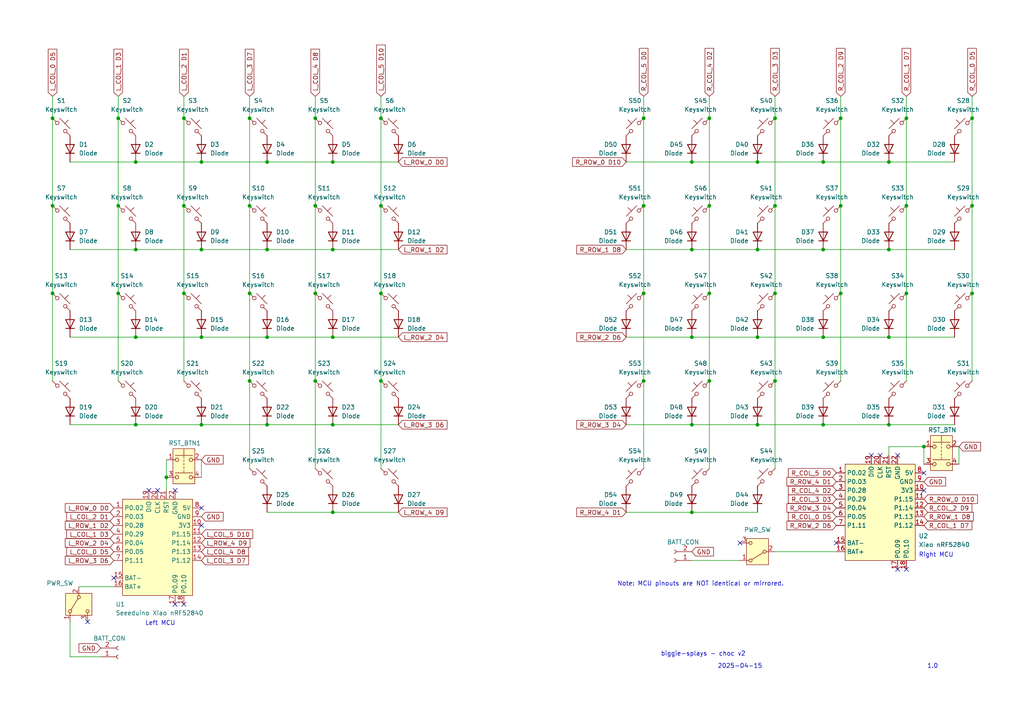
<source format=kicad_sch>
(kicad_sch (version 20250114) (generator "eeschema") (generator_version "9.0")
  (paper "A4")
  (text "Note: MCU pinouts are NOT identical or mirrored." (at 203.2 169.418 0) (effects (font (size 1.27 1.27))))
  (text "Left MCU" (at 46.482 180.848 0) (effects (font (size 1.27 1.27))))
  (text "2025-04-15" (at 214.63 193.294 0) (effects (font (size 1.27 1.27))))
  (text "biggie-splays - choc v2" (at 203.962 189.738 0) (effects (font (size 1.27 1.27))))
  (text "Right MCU" (at 271.526 161.036 0) (effects (font (size 1.27 1.27))))
  (text "1.0" (at 270.51 193.294 0) (effects (font (size 1.27 1.27))))
  (junction (at 53.34 34.29))
  (junction (at 39.37 97.79))
  (junction (at 110.49 34.29))
  (junction (at 96.52 72.39))
  (junction (at 243.84 34.29))
  (junction (at 96.52 46.99))
  (junction (at 58.42 123.19))
  (junction (at 48.26 138.43))
  (junction (at 34.29 34.29))
  (junction (at 262.89 34.29))
  (junction (at 200.66 72.39))
  (junction (at 200.66 123.19))
  (junction (at 257.81 97.79))
  (junction (at 281.94 59.69))
  (junction (at 243.84 85.09))
  (junction (at 186.69 59.69))
  (junction (at 200.66 148.59))
  (junction (at 243.84 59.69))
  (junction (at 224.79 59.69))
  (junction (at 53.34 59.69))
  (junction (at 72.39 85.09))
  (junction (at 72.39 59.69))
  (junction (at 205.74 59.69))
  (junction (at 96.52 123.19))
  (junction (at 186.69 34.29))
  (junction (at 34.29 85.09))
  (junction (at 15.24 34.29))
  (junction (at 205.74 85.09))
  (junction (at 39.37 123.19))
  (junction (at 77.47 97.79))
  (junction (at 267.97 129.54))
  (junction (at 205.74 34.29))
  (junction (at 205.74 110.49))
  (junction (at 224.79 110.49))
  (junction (at 72.39 110.49))
  (junction (at 96.52 97.79))
  (junction (at 219.71 72.39))
  (junction (at 58.42 97.79))
  (junction (at 91.44 34.29))
  (junction (at 219.71 97.79))
  (junction (at 34.29 59.69))
  (junction (at 186.69 85.09))
  (junction (at 72.39 34.29))
  (junction (at 224.79 34.29))
  (junction (at 281.94 34.29))
  (junction (at 77.47 46.99))
  (junction (at 39.37 46.99))
  (junction (at 15.24 85.09))
  (junction (at 91.44 110.49))
  (junction (at 200.66 46.99))
  (junction (at 77.47 123.19))
  (junction (at 257.81 72.39))
  (junction (at 219.71 123.19))
  (junction (at 257.81 46.99))
  (junction (at 110.49 59.69))
  (junction (at 91.44 85.09))
  (junction (at 77.47 72.39))
  (junction (at 262.89 85.09))
  (junction (at 219.71 46.99))
  (junction (at 238.76 72.39))
  (junction (at 238.76 46.99))
  (junction (at 238.76 123.19))
  (junction (at 281.94 85.09))
  (junction (at 262.89 59.69))
  (junction (at 224.79 85.09))
  (junction (at 96.52 148.59))
  (junction (at 110.49 85.09))
  (junction (at 91.44 59.69))
  (junction (at 257.81 123.19))
  (junction (at 58.42 72.39))
  (junction (at 58.42 46.99))
  (junction (at 39.37 72.39))
  (junction (at 200.66 97.79))
  (junction (at 15.24 59.69))
  (junction (at 186.69 110.49))
  (junction (at 53.34 85.09))
  (junction (at 110.49 110.49))
  (junction (at 238.76 97.79))
  (no_connect (at 58.42 147.32))
  (no_connect (at 255.27 132.08))
  (no_connect (at 25.4 180.34))
  (no_connect (at 58.42 152.4))
  (no_connect (at 267.97 137.16))
  (no_connect (at 260.35 165.1))
  (no_connect (at 43.18 142.24))
  (no_connect (at 214.63 157.48))
  (no_connect (at 50.8 142.24))
  (no_connect (at 267.97 142.24))
  (no_connect (at 50.8 175.26))
  (no_connect (at 262.89 165.1))
  (no_connect (at 252.73 132.08))
  (no_connect (at 53.34 175.26))
  (no_connect (at 33.02 167.64))
  (no_connect (at 242.57 157.48))
  (no_connect (at 45.72 142.24))
  (no_connect (at 260.35 132.08))
  (wire (pts (xy 34.29 34.29) (xy 34.29 59.69)))
  (wire (pts (xy 243.84 27.94) (xy 243.84 34.29)))
  (wire (pts (xy 39.37 123.19) (xy 58.42 123.19)))
  (wire (pts (xy 96.52 46.99) (xy 115.57 46.99)))
  (wire (pts (xy 72.39 110.49) (xy 72.39 135.89)))
  (wire (pts (xy 262.89 59.69) (xy 262.89 85.09)))
  (wire (pts (xy 39.37 97.79) (xy 58.42 97.79)))
  (wire (pts (xy 262.89 34.29) (xy 262.89 59.69)))
  (wire (pts (xy 267.97 129.54) (xy 267.97 134.62)))
  (wire (pts (xy 110.49 59.69) (xy 110.49 85.09)))
  (wire (pts (xy 48.26 138.43) (xy 48.26 142.24)))
  (wire (pts (xy 91.44 110.49) (xy 91.44 135.89)))
  (wire (pts (xy 257.81 132.08) (xy 257.81 129.54)))
  (wire (pts (xy 186.69 110.49) (xy 186.69 135.89)))
  (wire (pts (xy 276.86 72.39) (xy 257.81 72.39)))
  (wire (pts (xy 243.84 85.09) (xy 243.84 110.49)))
  (wire (pts (xy 224.79 59.69) (xy 224.79 85.09)))
  (wire (pts (xy 257.81 97.79) (xy 238.76 97.79)))
  (wire (pts (xy 110.49 85.09) (xy 110.49 110.49)))
  (wire (pts (xy 257.81 123.19) (xy 238.76 123.19)))
  (wire (pts (xy 219.71 97.79) (xy 200.66 97.79)))
  (wire (pts (xy 205.74 34.29) (xy 205.74 59.69)))
  (wire (pts (xy 281.94 27.94) (xy 281.94 34.29)))
  (wire (pts (xy 39.37 72.39) (xy 58.42 72.39)))
  (wire (pts (xy 72.39 34.29) (xy 72.39 59.69)))
  (wire (pts (xy 77.47 72.39) (xy 96.52 72.39)))
  (wire (pts (xy 58.42 46.99) (xy 77.47 46.99)))
  (wire (pts (xy 15.24 27.94) (xy 15.24 34.29)))
  (wire (pts (xy 110.49 27.94) (xy 110.49 34.29)))
  (wire (pts (xy 20.32 190.5) (xy 29.21 190.5)))
  (wire (pts (xy 200.66 162.56) (xy 214.63 162.56)))
  (wire (pts (xy 262.89 27.94) (xy 262.89 34.29)))
  (wire (pts (xy 34.29 27.94) (xy 34.29 34.29)))
  (wire (pts (xy 186.69 27.94) (xy 186.69 34.29)))
  (wire (pts (xy 257.81 72.39) (xy 238.76 72.39)))
  (wire (pts (xy 77.47 148.59) (xy 96.52 148.59)))
  (wire (pts (xy 96.52 97.79) (xy 115.57 97.79)))
  (wire (pts (xy 96.52 72.39) (xy 115.57 72.39)))
  (wire (pts (xy 110.49 110.49) (xy 110.49 135.89)))
  (wire (pts (xy 243.84 59.69) (xy 243.84 85.09)))
  (wire (pts (xy 186.69 34.29) (xy 186.69 59.69)))
  (wire (pts (xy 200.66 123.19) (xy 181.61 123.19)))
  (wire (pts (xy 77.47 46.99) (xy 96.52 46.99)))
  (wire (pts (xy 276.86 46.99) (xy 257.81 46.99)))
  (wire (pts (xy 238.76 97.79) (xy 219.71 97.79)))
  (wire (pts (xy 96.52 123.19) (xy 115.57 123.19)))
  (wire (pts (xy 238.76 72.39) (xy 219.71 72.39)))
  (wire (pts (xy 58.42 97.79) (xy 77.47 97.79)))
  (wire (pts (xy 224.79 27.94) (xy 224.79 34.29)))
  (wire (pts (xy 58.42 123.19) (xy 77.47 123.19)))
  (wire (pts (xy 224.79 110.49) (xy 224.79 135.89)))
  (wire (pts (xy 186.69 85.09) (xy 186.69 110.49)))
  (wire (pts (xy 281.94 34.29) (xy 281.94 59.69)))
  (wire (pts (xy 53.34 59.69) (xy 53.34 85.09)))
  (wire (pts (xy 205.74 27.94) (xy 205.74 34.29)))
  (wire (pts (xy 72.39 27.94) (xy 72.39 34.29)))
  (wire (pts (xy 238.76 123.19) (xy 219.71 123.19)))
  (wire (pts (xy 219.71 123.19) (xy 200.66 123.19)))
  (wire (pts (xy 34.29 59.69) (xy 34.29 85.09)))
  (wire (pts (xy 20.32 180.34) (xy 20.32 190.5)))
  (wire (pts (xy 200.66 46.99) (xy 181.61 46.99)))
  (wire (pts (xy 219.71 72.39) (xy 200.66 72.39)))
  (wire (pts (xy 91.44 59.69) (xy 91.44 85.09)))
  (wire (pts (xy 39.37 46.99) (xy 58.42 46.99)))
  (wire (pts (xy 22.86 170.18) (xy 33.02 170.18)))
  (wire (pts (xy 205.74 110.49) (xy 205.74 135.89)))
  (wire (pts (xy 91.44 34.29) (xy 91.44 59.69)))
  (wire (pts (xy 72.39 59.69) (xy 72.39 85.09)))
  (wire (pts (xy 53.34 85.09) (xy 53.34 110.49)))
  (wire (pts (xy 20.32 123.19) (xy 39.37 123.19)))
  (wire (pts (xy 243.84 34.29) (xy 243.84 59.69)))
  (wire (pts (xy 238.76 46.99) (xy 219.71 46.99)))
  (wire (pts (xy 219.71 148.59) (xy 200.66 148.59)))
  (wire (pts (xy 276.86 97.79) (xy 257.81 97.79)))
  (wire (pts (xy 77.47 97.79) (xy 96.52 97.79)))
  (wire (pts (xy 34.29 85.09) (xy 34.29 110.49)))
  (wire (pts (xy 224.79 85.09) (xy 224.79 110.49)))
  (wire (pts (xy 262.89 85.09) (xy 262.89 110.49)))
  (wire (pts (xy 77.47 123.19) (xy 96.52 123.19)))
  (wire (pts (xy 72.39 85.09) (xy 72.39 110.49)))
  (wire (pts (xy 53.34 34.29) (xy 53.34 59.69)))
  (wire (pts (xy 205.74 85.09) (xy 205.74 110.49)))
  (wire (pts (xy 200.66 148.59) (xy 181.61 148.59)))
  (wire (pts (xy 257.81 129.54) (xy 267.97 129.54)))
  (wire (pts (xy 15.24 85.09) (xy 15.24 110.49)))
  (wire (pts (xy 276.86 123.19) (xy 257.81 123.19)))
  (wire (pts (xy 257.81 46.99) (xy 238.76 46.99)))
  (wire (pts (xy 224.79 160.02) (xy 242.57 160.02)))
  (wire (pts (xy 200.66 97.79) (xy 181.61 97.79)))
  (wire (pts (xy 186.69 59.69) (xy 186.69 85.09)))
  (wire (pts (xy 91.44 85.09) (xy 91.44 110.49)))
  (wire (pts (xy 15.24 34.29) (xy 15.24 59.69)))
  (wire (pts (xy 48.26 133.35) (xy 48.26 138.43)))
  (wire (pts (xy 281.94 85.09) (xy 281.94 110.49)))
  (wire (pts (xy 58.42 72.39) (xy 77.47 72.39)))
  (wire (pts (xy 15.24 59.69) (xy 15.24 85.09)))
  (wire (pts (xy 278.13 129.54) (xy 278.13 134.62)))
  (wire (pts (xy 91.44 27.94) (xy 91.44 34.29)))
  (wire (pts (xy 53.34 27.94) (xy 53.34 34.29)))
  (wire (pts (xy 200.66 72.39) (xy 181.61 72.39)))
  (wire (pts (xy 224.79 34.29) (xy 224.79 59.69)))
  (wire (pts (xy 20.32 72.39) (xy 39.37 72.39)))
  (wire (pts (xy 20.32 97.79) (xy 39.37 97.79)))
  (wire (pts (xy 20.32 46.99) (xy 39.37 46.99)))
  (wire (pts (xy 205.74 59.69) (xy 205.74 85.09)))
  (wire (pts (xy 58.42 133.35) (xy 58.42 138.43)))
  (wire (pts (xy 110.49 34.29) (xy 110.49 59.69)))
  (wire (pts (xy 96.52 148.59) (xy 115.57 148.59)))
  (wire (pts (xy 281.94 59.69) (xy 281.94 85.09)))
  (wire (pts (xy 219.71 46.99) (xy 200.66 46.99)))
  (global_label "L_COL_3 D7" (shape input) (at 72.39 27.94 90) (property "Intersheetrefs" "${INTERSHEET_REFS}" (effects (hide yes))))
  (global_label "R_ROW_3 D4" (shape input) (at 242.57 147.32 180) (property "Intersheetrefs" "${INTERSHEET_REFS}" (effects (hide yes))))
  (global_label "L_ROW_4 D9" (shape input) (at 115.57 148.59 0) (property "Intersheetrefs" "${INTERSHEET_REFS}" (effects (hide yes))))
  (global_label "L_COL_4 D8" (shape input) (at 58.42 160.02 0) (property "Intersheetrefs" "${INTERSHEET_REFS}" (effects (hide yes))))
  (global_label "R_COL_4 D2" (shape input) (at 205.74 27.94 90) (property "Intersheetrefs" "${INTERSHEET_REFS}" (effects (hide yes))))
  (global_label "R_ROW_3 D4" (shape input) (at 181.61 123.19 180) (property "Intersheetrefs" "${INTERSHEET_REFS}" (effects (hide yes))))
  (global_label "L_COL_1 D3" (shape input) (at 34.29 27.94 90) (property "Intersheetrefs" "${INTERSHEET_REFS}" (effects (hide yes))))
  (global_label "L_COL_5 D10" (shape input) (at 110.49 27.94 90) (property "Intersheetrefs" "${INTERSHEET_REFS}" (effects (hide yes))))
  (global_label "R_ROW_0 D10" (shape input) (at 181.61 46.99 180) (property "Intersheetrefs" "${INTERSHEET_REFS}" (effects (hide yes))))
  (global_label "GND" (shape input) (at 278.13 129.54 0) (property "Intersheetrefs" "${INTERSHEET_REFS}" (effects (hide yes))))
  (global_label "L_ROW_2 D4" (shape input) (at 33.02 157.48 180) (property "Intersheetrefs" "${INTERSHEET_REFS}" (effects (hide yes))))
  (global_label "R_ROW_4 D1" (shape input) (at 181.61 148.59 180) (property "Intersheetrefs" "${INTERSHEET_REFS}" (effects (hide yes))))
  (global_label "L_ROW_2 D4" (shape input) (at 115.57 97.79 0) (property "Intersheetrefs" "${INTERSHEET_REFS}" (effects (hide yes))))
  (global_label "L_COL_4 D8" (shape input) (at 91.44 27.94 90) (property "Intersheetrefs" "${INTERSHEET_REFS}" (effects (hide yes))))
  (global_label "R_COL_3 D3" (shape input) (at 242.57 144.78 180) (property "Intersheetrefs" "${INTERSHEET_REFS}" (effects (hide yes))))
  (global_label "R_COL_2 D9" (shape input) (at 243.84 27.94 90) (property "Intersheetrefs" "${INTERSHEET_REFS}" (effects (hide yes))))
  (global_label "GND" (shape input) (at 267.97 139.7 0) (property "Intersheetrefs" "${INTERSHEET_REFS}" (effects (hide yes))))
  (global_label "R_ROW_1 D8" (shape input) (at 267.97 149.86 0) (property "Intersheetrefs" "${INTERSHEET_REFS}" (effects (hide yes))))
  (global_label "R_COL_2 D9" (shape input) (at 267.97 147.32 0) (property "Intersheetrefs" "${INTERSHEET_REFS}" (effects (hide yes))))
  (global_label "R_COL_3 D3" (shape input) (at 224.79 27.94 90) (property "Intersheetrefs" "${INTERSHEET_REFS}" (effects (hide yes))))
  (global_label "L_COL_3 D7" (shape input) (at 58.42 162.56 0) (property "Intersheetrefs" "${INTERSHEET_REFS}" (effects (hide yes))))
  (global_label "L_ROW_1 D2" (shape input) (at 115.57 72.39 0) (property "Intersheetrefs" "${INTERSHEET_REFS}" (effects (hide yes))))
  (global_label "L_ROW_0 D0" (shape input) (at 33.02 147.32 180) (property "Intersheetrefs" "${INTERSHEET_REFS}" (effects (hide yes))))
  (global_label "L_COL_2 D1" (shape input) (at 53.34 27.94 90) (property "Intersheetrefs" "${INTERSHEET_REFS}" (effects (hide yes))))
  (global_label "R_ROW_1 D8" (shape input) (at 181.61 72.39 180) (property "Intersheetrefs" "${INTERSHEET_REFS}" (effects (hide yes))))
  (global_label "R_ROW_0 D10" (shape input) (at 267.97 144.78 0) (property "Intersheetrefs" "${INTERSHEET_REFS}" (effects (hide yes))))
  (global_label "GND" (shape input) (at 200.66 160.02 0) (property "Intersheetrefs" "${INTERSHEET_REFS}" (effects (hide yes))))
  (global_label "L_COL_5 D10" (shape input) (at 58.42 154.94 0) (property "Intersheetrefs" "${INTERSHEET_REFS}" (effects (hide yes))))
  (global_label "L_COL_2 D1" (shape input) (at 33.02 149.86 180) (property "Intersheetrefs" "${INTERSHEET_REFS}" (effects (hide yes))))
  (global_label "GND" (shape input) (at 58.42 149.86 0) (property "Intersheetrefs" "${INTERSHEET_REFS}" (effects (hide yes))))
  (global_label "L_ROW_0 D0" (shape input) (at 115.57 46.99 0) (property "Intersheetrefs" "${INTERSHEET_REFS}" (effects (hide yes))))
  (global_label "L_COL_0 D5" (shape input) (at 33.02 160.02 180) (property "Intersheetrefs" "${INTERSHEET_REFS}" (effects (hide yes))))
  (global_label "L_ROW_3 D6" (shape input) (at 115.57 123.19 0) (property "Intersheetrefs" "${INTERSHEET_REFS}" (effects (hide yes))))
  (global_label "L_ROW_1 D2" (shape input) (at 33.02 152.4 180) (property "Intersheetrefs" "${INTERSHEET_REFS}" (effects (hide yes))))
  (global_label "R_COL_0 D5" (shape input) (at 281.94 27.94 90) (property "Intersheetrefs" "${INTERSHEET_REFS}" (effects (hide yes))))
  (global_label "R_COL_1 D7" (shape input) (at 262.89 27.94 90) (property "Intersheetrefs" "${INTERSHEET_REFS}" (effects (hide yes))))
  (global_label "GND" (shape input) (at 58.42 133.35 0) (property "Intersheetrefs" "${INTERSHEET_REFS}" (effects (hide yes))))
  (global_label "R_COL_0 D5" (shape input) (at 242.57 149.86 180) (property "Intersheetrefs" "${INTERSHEET_REFS}" (effects (hide yes))))
  (global_label "L_ROW_4 D9" (shape input) (at 58.42 157.48 0) (property "Intersheetrefs" "${INTERSHEET_REFS}" (effects (hide yes))))
  (global_label "L_COL_0 D5" (shape input) (at 15.24 27.94 90) (property "Intersheetrefs" "${INTERSHEET_REFS}" (effects (hide yes))))
  (global_label "R_COL_5 D0" (shape input) (at 242.57 137.16 180) (property "Intersheetrefs" "${INTERSHEET_REFS}" (effects (hide yes))))
  (global_label "R_ROW_2 D6" (shape input) (at 242.57 152.4 180) (property "Intersheetrefs" "${INTERSHEET_REFS}" (effects (hide yes))))
  (global_label "R_ROW_4 D1" (shape input) (at 242.57 139.7 180) (property "Intersheetrefs" "${INTERSHEET_REFS}" (effects (hide yes))))
  (global_label "R_ROW_2 D6" (shape input) (at 181.61 97.79 180) (property "Intersheetrefs" "${INTERSHEET_REFS}" (effects (hide yes))))
  (global_label "R_COL_4 D2" (shape input) (at 242.57 142.24 180) (property "Intersheetrefs" "${INTERSHEET_REFS}" (effects (hide yes))))
  (global_label "L_COL_1 D3" (shape input) (at 33.02 154.94 180) (property "Intersheetrefs" "${INTERSHEET_REFS}" (effects (hide yes))))
  (global_label "L_ROW_3 D6" (shape input) (at 33.02 162.56 180) (property "Intersheetrefs" "${INTERSHEET_REFS}" (effects (hide yes))))
  (global_label "R_COL_5 D0" (shape input) (at 186.69 27.94 90) (property "Intersheetrefs" "${INTERSHEET_REFS}" (effects (hide yes))))
  (global_label "R_COL_1 D7" (shape input) (at 267.97 152.4 0) (property "Intersheetrefs" "${INTERSHEET_REFS}" (effects (hide yes))))
  (global_label "GND" (shape input) (at 29.21 187.96 180) (property "Intersheetrefs" "${INTERSHEET_REFS}" (effects (hide yes))))
  (symbol (lib_id "Connector:Conn_01x02_Socket") (at 195.58 162.56 180) (unit 1)
    (property "Reference" "J1" (effects (hide yes)))
    (property "Value" "BATT_CON" (at 198.12 157.226 0))
    (property "Description" "Generic connector, single row, 01x02, script generated" (effects (hide yes)))
  )
  (symbol (lib_id "ScottoKeebs:Placeholder_Diode") (at 200.66 43.18 270) (mirror x) (unit 1)
    (property "Reference" "D45" (at 198.12 41.9099 90) (effects (justify right)))
    (property "Value" "Diode" (at 198.12 44.4499 90) (effects (justify right)))
    (property "Description" "1N4148 (DO-35) or 1N4148W (SOD-123)" (effects (hide yes)))
    (property "Sim.Device" "D" (effects (hide yes)))
    (property "Sim.Pins" "1=K 2=A" (effects (hide yes)))
  )
  (symbol (lib_id "ScottoKeebs:Placeholder_Keyswitch") (at 279.4 36.83 0) (mirror y) (unit 1)
    (property "Reference" "S28" (at 279.4 29.21 0))
    (property "Value" "Keyswitch" (at 279.4 31.75 0))
    (property "Description" "Push button switch, normally open, two pins, 45° tilted" (effects (hide yes)))
  )
  (symbol (lib_id "ScottoKeebs:Placeholder_Keyswitch") (at 113.03 113.03 0) (unit 1)
    (property "Reference" "S24" (at 113.03 105.41 0))
    (property "Value" "Keyswitch" (at 113.03 107.95 0))
    (property "Description" "Push button switch, normally open, two pins, 45° tilted" (effects (hide yes)))
  )
  (symbol (lib_id "ScottoKeebs:Placeholder_Keyswitch") (at 93.98 87.63 0) (unit 1)
    (property "Reference" "S17" (at 93.98 80.01 0))
    (property "Value" "Keyswitch" (at 93.98 82.55 0))
    (property "Description" "Push button switch, normally open, two pins, 45° tilted" (effects (hide yes)))
  )
  (symbol (lib_id "ScottoKeebs:Placeholder_Diode") (at 219.71 43.18 270) (mirror x) (unit 1)
    (property "Reference" "D40" (at 217.17 41.9099 90) (effects (justify right)))
    (property "Value" "Diode" (at 217.17 44.4499 90) (effects (justify right)))
    (property "Description" "1N4148 (DO-35) or 1N4148W (SOD-123)" (effects (hide yes)))
    (property "Sim.Device" "D" (effects (hide yes)))
    (property "Sim.Pins" "1=K 2=A" (effects (hide yes)))
  )
  (symbol (lib_id "ScottoKeebs:Placeholder_Diode") (at 276.86 93.98 270) (mirror x) (unit 1)
    (property "Reference" "D30" (at 274.32 92.7099 90) (effects (justify right)))
    (property "Value" "Diode" (at 274.32 95.2499 90) (effects (justify right)))
    (property "Description" "1N4148 (DO-35) or 1N4148W (SOD-123)" (effects (hide yes)))
    (property "Sim.Device" "D" (effects (hide yes)))
    (property "Sim.Pins" "1=K 2=A" (effects (hide yes)))
  )
  (symbol (lib_id "ScottoKeebs:Placeholder_Keyswitch") (at 113.03 138.43 0) (unit 1)
    (property "Reference" "S27" (at 113.03 130.81 0))
    (property "Value" "Keyswitch" (at 113.03 133.35 0))
    (property "Description" "Push button switch, normally open, two pins, 45° tilted" (effects (hide yes)))
  )
  (symbol (lib_id "ScottoKeebs:Placeholder_Diode") (at 257.81 119.38 270) (mirror x) (unit 1)
    (property "Reference" "D35" (at 255.27 118.1099 90) (effects (justify right)))
    (property "Value" "Diode" (at 255.27 120.6499 90) (effects (justify right)))
    (property "Description" "1N4148 (DO-35) or 1N4148W (SOD-123)" (effects (hide yes)))
    (property "Sim.Device" "D" (effects (hide yes)))
    (property "Sim.Pins" "1=K 2=A" (effects (hide yes)))
  )
  (symbol (lib_id "ScottoKeebs:Placeholder_Diode") (at 219.71 68.58 270) (mirror x) (unit 1)
    (property "Reference" "D41" (at 217.17 67.3099 90) (effects (justify right)))
    (property "Value" "Diode" (at 217.17 69.8499 90) (effects (justify right)))
    (property "Description" "1N4148 (DO-35) or 1N4148W (SOD-123)" (effects (hide yes)))
    (property "Sim.Device" "D" (effects (hide yes)))
    (property "Sim.Pins" "1=K 2=A" (effects (hide yes)))
  )
  (symbol (lib_id "ScottoKeebs:Placeholder_Keyswitch") (at 222.25 138.43 0) (mirror y) (unit 1)
    (property "Reference" "S44" (at 222.25 130.81 0))
    (property "Value" "Keyswitch" (at 222.25 133.35 0))
    (property "Description" "Push button switch, normally open, two pins, 45° tilted" (effects (hide yes)))
  )
  (symbol (lib_id "ScottoKeebs:Placeholder_Keyswitch") (at 241.3 36.83 0) (mirror y) (unit 1)
    (property "Reference" "S36" (at 241.3 29.21 0))
    (property "Value" "Keyswitch" (at 241.3 31.75 0))
    (property "Description" "Push button switch, normally open, two pins, 45° tilted" (effects (hide yes)))
  )
  (symbol (lib_id "marbastlib-promicroish:Seeeduino_Xiao_nRF52840") (at 255.27 151.13 0) (unit 1) (in_bom no)
    (property "Reference" "U2" (at 266.446 155.448 0) (effects (justify left)))
    (property "Value" "Xiao nRF52840" (at 266.446 157.988 0) (effects (justify left)))
    (property "Footprint" "PCM_marbastlib-xp-promicroish:Xiao_nRF52840_ACH" (effects (hide yes)))
    (property "Description" "Symbol for a Seeeduino Xiao nRF52840" (effects (hide yes)))
  )
  (symbol (lib_id "ScottoKeebs:Placeholder_Diode") (at 238.76 43.18 270) (mirror x) (unit 1)
    (property "Reference" "D36" (at 236.22 41.9099 90) (effects (justify right)))
    (property "Value" "Diode" (at 236.22 44.4499 90) (effects (justify right)))
    (property "Description" "1N4148 (DO-35) or 1N4148W (SOD-123)" (effects (hide yes)))
    (property "Sim.Device" "D" (effects (hide yes)))
    (property "Sim.Pins" "1=K 2=A" (effects (hide yes)))
  )
  (symbol (lib_id "ScottoKeebs:Placeholder_Keyswitch") (at 74.93 62.23 0) (unit 1)
    (property "Reference" "S10" (at 74.93 54.61 0))
    (property "Value" "Keyswitch" (at 74.93 57.15 0))
    (property "Description" "Push button switch, normally open, two pins, 45° tilted" (effects (hide yes)))
  )
  (symbol (lib_id "ScottoKeebs:Placeholder_Diode") (at 58.42 43.18 90) (unit 1)
    (property "Reference" "D3" (at 60.96 41.9099 90) (effects (justify right)))
    (property "Value" "Diode" (at 60.96 44.4499 90) (effects (justify right)))
    (property "Description" "1N4148 (DO-35) or 1N4148W (SOD-123)" (effects (hide yes)))
    (property "Sim.Device" "D" (effects (hide yes)))
    (property "Sim.Pins" "1=K 2=A" (effects (hide yes)))
  )
  (symbol (lib_id "ScottoKeebs:Placeholder_Diode") (at 77.47 68.58 90) (unit 1)
    (property "Reference" "D10" (at 80.01 67.3099 90) (effects (justify right)))
    (property "Value" "Diode" (at 80.01 69.8499 90) (effects (justify right)))
    (property "Description" "1N4148 (DO-35) or 1N4148W (SOD-123)" (effects (hide yes)))
    (property "Sim.Device" "D" (effects (hide yes)))
    (property "Sim.Pins" "1=K 2=A" (effects (hide yes)))
  )
  (symbol (lib_id "ScottoKeebs:Placeholder_Keyswitch") (at 113.03 36.83 0) (unit 1)
    (property "Reference" "S6" (at 113.03 29.21 0))
    (property "Value" "Keyswitch" (at 113.03 31.75 0))
    (property "Description" "Push button switch, normally open, two pins, 45° tilted" (effects (hide yes)))
  )
  (symbol (lib_id "ScottoKeebs:Placeholder_Diode") (at 219.71 144.78 270) (mirror x) (unit 1)
    (property "Reference" "D44" (at 217.17 143.5099 90) (effects (justify right)))
    (property "Value" "Diode" (at 217.17 146.0499 90) (effects (justify right)))
    (property "Description" "1N4148 (DO-35) or 1N4148W (SOD-123)" (effects (hide yes)))
    (property "Sim.Device" "D" (effects (hide yes)))
    (property "Sim.Pins" "1=K 2=A" (effects (hide yes)))
  )
  (symbol (lib_id "ScottoKeebs:Placeholder_Keyswitch") (at 17.78 62.23 0) (unit 1)
    (property "Reference" "S7" (at 17.78 54.61 0))
    (property "Value" "Keyswitch" (at 17.78 57.15 0))
    (property "Description" "Push button switch, normally open, two pins, 45° tilted" (effects (hide yes)))
  )
  (symbol (lib_id "ScottoKeebs:Placeholder_Keyswitch") (at 279.4 87.63 0) (mirror y) (unit 1)
    (property "Reference" "S30" (at 279.4 80.01 0))
    (property "Value" "Keyswitch" (at 279.4 82.55 0))
    (property "Description" "Push button switch, normally open, two pins, 45° tilted" (effects (hide yes)))
  )
  (symbol (lib_id "ScottoKeebs:Placeholder_Keyswitch") (at 260.35 113.03 0) (mirror y) (unit 1)
    (property "Reference" "S35" (at 260.35 105.41 0))
    (property "Value" "Keyswitch" (at 260.35 107.95 0))
    (property "Description" "Push button switch, normally open, two pins, 45° tilted" (effects (hide yes)))
  )
  (symbol (lib_id "ScottoKeebs:Placeholder_Keyswitch") (at 113.03 87.63 0) (unit 1)
    (property "Reference" "S18" (at 113.03 80.01 0))
    (property "Value" "Keyswitch" (at 113.03 82.55 0))
    (property "Description" "Push button switch, normally open, two pins, 45° tilted" (effects (hide yes)))
  )
  (symbol (lib_id "ScottoKeebs:Placeholder_Diode") (at 58.42 93.98 90) (unit 1)
    (property "Reference" "D15" (at 60.96 92.7099 90) (effects (justify right)))
    (property "Value" "Diode" (at 60.96 95.2499 90) (effects (justify right)))
    (property "Description" "1N4148 (DO-35) or 1N4148W (SOD-123)" (effects (hide yes)))
    (property "Sim.Device" "D" (effects (hide yes)))
    (property "Sim.Pins" "1=K 2=A" (effects (hide yes)))
  )
  (symbol (lib_id "ScottoKeebs:Placeholder_Diode") (at 200.66 68.58 270) (mirror x) (unit 1)
    (property "Reference" "D46" (at 198.12 67.3099 90) (effects (justify right)))
    (property "Value" "Diode" (at 198.12 69.8499 90) (effects (justify right)))
    (property "Description" "1N4148 (DO-35) or 1N4148W (SOD-123)" (effects (hide yes)))
    (property "Sim.Device" "D" (effects (hide yes)))
    (property "Sim.Pins" "1=K 2=A" (effects (hide yes)))
  )
  (symbol (lib_id "ScottoKeebs:Placeholder_Diode") (at 181.61 43.18 270) (mirror x) (unit 1)
    (property "Reference" "D50" (at 179.07 41.9099 90) (effects (justify right)))
    (property "Value" "Diode" (at 179.07 44.4499 90) (effects (justify right)))
    (property "Description" "1N4148 (DO-35) or 1N4148W (SOD-123)" (effects (hide yes)))
    (property "Sim.Device" "D" (effects (hide yes)))
    (property "Sim.Pins" "1=K 2=A" (effects (hide yes)))
  )
  (symbol (lib_id "ScottoKeebs:Placeholder_Keyswitch") (at 55.88 113.03 0) (unit 1)
    (property "Reference" "S21" (at 55.88 105.41 0))
    (property "Value" "Keyswitch" (at 55.88 107.95 0))
    (property "Description" "Push button switch, normally open, two pins, 45° tilted" (effects (hide yes)))
  )
  (symbol (lib_id "ScottoKeebs:Placeholder_Diode") (at 77.47 93.98 90) (unit 1)
    (property "Reference" "D16" (at 80.01 92.7099 90) (effects (justify right)))
    (property "Value" "Diode" (at 80.01 95.2499 90) (effects (justify right)))
    (property "Description" "1N4148 (DO-35) or 1N4148W (SOD-123)" (effects (hide yes)))
    (property "Sim.Device" "D" (effects (hide yes)))
    (property "Sim.Pins" "1=K 2=A" (effects (hide yes)))
  )
  (symbol (lib_id "ScottoKeebs:Placeholder_Diode") (at 115.57 144.78 90) (unit 1)
    (property "Reference" "D27" (at 118.11 143.5099 90) (effects (justify right)))
    (property "Value" "Diode" (at 118.11 146.0499 90) (effects (justify right)))
    (property "Description" "1N4148 (DO-35) or 1N4148W (SOD-123)" (effects (hide yes)))
    (property "Sim.Device" "D" (effects (hide yes)))
    (property "Sim.Pins" "1=K 2=A" (effects (hide yes)))
  )
  (symbol (lib_id "ScottoKeebs:Placeholder_Keyswitch") (at 203.2 62.23 0) (mirror y) (unit 1)
    (property "Reference" "S46" (at 203.2 54.61 0))
    (property "Value" "Keyswitch" (at 203.2 57.15 0))
    (property "Description" "Push button switch, normally open, two pins, 45° tilted" (effects (hide yes)))
  )
  (symbol (lib_id "ScottoKeebs:Placeholder_Keyswitch") (at 222.25 113.03 0) (mirror y) (unit 1)
    (property "Reference" "S43" (at 222.25 105.41 0))
    (property "Value" "Keyswitch" (at 222.25 107.95 0))
    (property "Description" "Push button switch, normally open, two pins, 45° tilted" (effects (hide yes)))
  )
  (symbol (lib_id "ScottoKeebs:Placeholder_Keyswitch") (at 36.83 36.83 0) (unit 1)
    (property "Reference" "S2" (at 36.83 29.21 0))
    (property "Value" "Keyswitch" (at 36.83 31.75 0))
    (property "Description" "Push button switch, normally open, two pins, 45° tilted" (effects (hide yes)))
  )
  (symbol (lib_id "ScottoKeebs:Placeholder_Diode") (at 20.32 93.98 90) (unit 1)
    (property "Reference" "D13" (at 22.86 92.7099 90) (effects (justify right)))
    (property "Value" "Diode" (at 22.86 95.2499 90) (effects (justify right)))
    (property "Description" "1N4148 (DO-35) or 1N4148W (SOD-123)" (effects (hide yes)))
    (property "Sim.Device" "D" (effects (hide yes)))
    (property "Sim.Pins" "1=K 2=A" (effects (hide yes)))
  )
  (symbol (lib_id "ScottoKeebs:Placeholder_Diode") (at 58.42 68.58 90) (unit 1)
    (property "Reference" "D9" (at 60.96 67.3099 90) (effects (justify right)))
    (property "Value" "Diode" (at 60.96 69.8499 90) (effects (justify right)))
    (property "Description" "1N4148 (DO-35) or 1N4148W (SOD-123)" (effects (hide yes)))
    (property "Sim.Device" "D" (effects (hide yes)))
    (property "Sim.Pins" "1=K 2=A" (effects (hide yes)))
  )
  (symbol (lib_id "ScottoKeebs:Placeholder_Keyswitch") (at 260.35 62.23 0) (mirror y) (unit 1)
    (property "Reference" "S33" (at 260.35 54.61 0))
    (property "Value" "Keyswitch" (at 260.35 57.15 0))
    (property "Description" "Push button switch, normally open, two pins, 45° tilted" (effects (hide yes)))
  )
  (symbol (lib_id "ScottoKeebs:Placeholder_Keyswitch") (at 203.2 138.43 0) (mirror y) (unit 1)
    (property "Reference" "S49" (at 203.2 130.81 0))
    (property "Value" "Keyswitch" (at 203.2 133.35 0))
    (property "Description" "Push button switch, normally open, two pins, 45° tilted" (effects (hide yes)))
  )
  (symbol (lib_id "ScottoKeebs:Placeholder_Keyswitch") (at 93.98 62.23 0) (unit 1)
    (property "Reference" "S11" (at 93.98 54.61 0))
    (property "Value" "Keyswitch" (at 93.98 57.15 0))
    (property "Description" "Push button switch, normally open, two pins, 45° tilted" (effects (hide yes)))
  )
  (symbol (lib_id "marbastlib-promicroish:Seeeduino_Xiao_nRF52840") (at 45.72 161.29 0) (unit 1) (in_bom no)
    (property "Reference" "U1" (at 33.528 175.26 0) (effects (justify left)))
    (property "Value" "Seeeduino Xiao nRF52840" (at 33.528 177.8 0) (effects (justify left)))
    (property "Footprint" "PCM_marbastlib-xp-promicroish:Xiao_nRF52840_ACH" (effects (hide yes)))
    (property "Description" "Symbol for a Seeeduino Xiao nRF52840" (effects (hide yes)))
  )
  (symbol (lib_id "ScottoKeebs:Placeholder_Keyswitch") (at 260.35 87.63 0) (mirror y) (unit 1)
    (property "Reference" "S34" (at 260.35 80.01 0))
    (property "Value" "Keyswitch" (at 260.35 82.55 0))
    (property "Description" "Push button switch, normally open, two pins, 45° tilted" (effects (hide yes)))
  )
  (symbol (lib_id "ScottoKeebs:Placeholder_Diode") (at 257.81 43.18 270) (mirror x) (unit 1)
    (property "Reference" "D32" (at 255.27 41.9099 90) (effects (justify right)))
    (property "Value" "Diode" (at 255.27 44.4499 90) (effects (justify right)))
    (property "Description" "1N4148 (DO-35) or 1N4148W (SOD-123)" (effects (hide yes)))
    (property "Sim.Device" "D" (effects (hide yes)))
    (property "Sim.Pins" "1=K 2=A" (effects (hide yes)))
  )
  (symbol (lib_id "ScottoKeebs:Placeholder_Keyswitch") (at 113.03 62.23 0) (unit 1)
    (property "Reference" "S12" (at 113.03 54.61 0))
    (property "Value" "Keyswitch" (at 113.03 57.15 0))
    (property "Description" "Push button switch, normally open, two pins, 45° tilted" (effects (hide yes)))
  )
  (symbol (lib_id "ScottoKeebs:Placeholder_Diode") (at 115.57 93.98 90) (unit 1)
    (property "Reference" "D18" (at 118.11 92.7099 90) (effects (justify right)))
    (property "Value" "Diode" (at 118.11 95.2499 90) (effects (justify right)))
    (property "Description" "1N4148 (DO-35) or 1N4148W (SOD-123)" (effects (hide yes)))
    (property "Sim.Device" "D" (effects (hide yes)))
    (property "Sim.Pins" "1=K 2=A" (effects (hide yes)))
  )
  (symbol (lib_id "ScottoKeebs:Placeholder_Diode") (at 276.86 43.18 270) (mirror x) (unit 1)
    (property "Reference" "D28" (at 274.32 41.9099 90) (effects (justify right)))
    (property "Value" "Diode" (at 274.32 44.4499 90) (effects (justify right)))
    (property "Description" "1N4148 (DO-35) or 1N4148W (SOD-123)" (effects (hide yes)))
    (property "Sim.Device" "D" (effects (hide yes)))
    (property "Sim.Pins" "1=K 2=A" (effects (hide yes)))
  )
  (symbol (lib_id "ScottoKeebs:Placeholder_Diode") (at 58.42 119.38 90) (unit 1)
    (property "Reference" "D21" (at 60.96 118.1099 90) (effects (justify right)))
    (property "Value" "Diode" (at 60.96 120.6499 90) (effects (justify right)))
    (property "Description" "1N4148 (DO-35) or 1N4148W (SOD-123)" (effects (hide yes)))
    (property "Sim.Device" "D" (effects (hide yes)))
    (property "Sim.Pins" "1=K 2=A" (effects (hide yes)))
  )
  (symbol (lib_id "ScottoKeebs:Placeholder_Diode") (at 96.52 119.38 90) (unit 1)
    (property "Reference" "D23" (at 99.06 118.1099 90) (effects (justify right)))
    (property "Value" "Diode" (at 99.06 120.6499 90) (effects (justify right)))
    (property "Description" "1N4148 (DO-35) or 1N4148W (SOD-123)" (effects (hide yes)))
    (property "Sim.Device" "D" (effects (hide yes)))
    (property "Sim.Pins" "1=K 2=A" (effects (hide yes)))
  )
  (symbol (lib_id "ScottoKeebs:Placeholder_Diode") (at 115.57 43.18 90) (unit 1)
    (property "Reference" "D6" (at 118.11 41.9099 90) (effects (justify right)))
    (property "Value" "Diode" (at 118.11 44.4499 90) (effects (justify right)))
    (property "Description" "1N4148 (DO-35) or 1N4148W (SOD-123)" (effects (hide yes)))
    (property "Sim.Device" "D" (effects (hide yes)))
    (property "Sim.Pins" "1=K 2=A" (effects (hide yes)))
  )
  (symbol (lib_id "ScottoKeebs:Placeholder_Keyswitch") (at 241.3 113.03 0) (mirror y) (unit 1)
    (property "Reference" "S39" (at 241.3 105.41 0))
    (property "Value" "Keyswitch" (at 241.3 107.95 0))
    (property "Description" "Push button switch, normally open, two pins, 45° tilted" (effects (hide yes)))
  )
  (symbol (lib_id "ScottoKeebs:Placeholder_Keyswitch") (at 74.93 87.63 0) (unit 1)
    (property "Reference" "S16" (at 74.93 80.01 0))
    (property "Value" "Keyswitch" (at 74.93 82.55 0))
    (property "Description" "Push button switch, normally open, two pins, 45° tilted" (effects (hide yes)))
  )
  (symbol (lib_id "ScottoKeebs:Placeholder_Keyswitch") (at 74.93 36.83 0) (unit 1)
    (property "Reference" "S4" (at 74.93 29.21 0))
    (property "Value" "Keyswitch" (at 74.93 31.75 0))
    (property "Description" "Push button switch, normally open, two pins, 45° tilted" (effects (hide yes)))
  )
  (symbol (lib_id "ScottoKeebs:Placeholder_Diode") (at 20.32 119.38 90) (unit 1)
    (property "Reference" "D19" (at 22.86 118.1099 90) (effects (justify right)))
    (property "Value" "Diode" (at 22.86 120.6499 90) (effects (justify right)))
    (property "Description" "1N4148 (DO-35) or 1N4148W (SOD-123)" (effects (hide yes)))
    (property "Sim.Device" "D" (effects (hide yes)))
    (property "Sim.Pins" "1=K 2=A" (effects (hide yes)))
  )
  (symbol (lib_id "ScottoKeebs:Placeholder_Diode") (at 181.61 119.38 270) (mirror x) (unit 1)
    (property "Reference" "D53" (at 179.07 118.1099 90) (effects (justify right)))
    (property "Value" "Diode" (at 179.07 120.6499 90) (effects (justify right)))
    (property "Description" "1N4148 (DO-35) or 1N4148W (SOD-123)" (effects (hide yes)))
    (property "Sim.Device" "D" (effects (hide yes)))
    (property "Sim.Pins" "1=K 2=A" (effects (hide yes)))
  )
  (symbol (lib_id "ScottoKeebs:Placeholder_Keyswitch") (at 222.25 36.83 0) (mirror y) (unit 1)
    (property "Reference" "S40" (at 222.25 29.21 0))
    (property "Value" "Keyswitch" (at 222.25 31.75 0))
    (property "Description" "Push button switch, normally open, two pins, 45° tilted" (effects (hide yes)))
  )
  (symbol (lib_id "ScottoKeebs:Placeholder_Keyswitch") (at 222.25 87.63 0) (mirror y) (unit 1)
    (property "Reference" "S42" (at 222.25 80.01 0))
    (property "Value" "Keyswitch" (at 222.25 82.55 0))
    (property "Description" "Push button switch, normally open, two pins, 45° tilted" (effects (hide yes)))
  )
  (symbol (lib_id "ScottoKeebs:Placeholder_Diode") (at 39.37 43.18 90) (unit 1)
    (property "Reference" "D2" (at 41.91 41.9099 90) (effects (justify right)))
    (property "Value" "Diode" (at 41.91 44.4499 90) (effects (justify right)))
    (property "Description" "1N4148 (DO-35) or 1N4148W (SOD-123)" (effects (hide yes)))
    (property "Sim.Device" "D" (effects (hide yes)))
    (property "Sim.Pins" "1=K 2=A" (effects (hide yes)))
  )
  (symbol (lib_id "ScottoKeebs:Placeholder_Diode") (at 200.66 119.38 270) (mirror x) (unit 1)
    (property "Reference" "D48" (at 198.12 118.1099 90) (effects (justify right)))
    (property "Value" "Diode" (at 198.12 120.6499 90) (effects (justify right)))
    (property "Description" "1N4148 (DO-35) or 1N4148W (SOD-123)" (effects (hide yes)))
    (property "Sim.Device" "D" (effects (hide yes)))
    (property "Sim.Pins" "1=K 2=A" (effects (hide yes)))
  )
  (symbol (lib_id "ScottoKeebs:Placeholder_Diode") (at 96.52 43.18 90) (unit 1)
    (property "Reference" "D5" (at 99.06 41.9099 90) (effects (justify right)))
    (property "Value" "Diode" (at 99.06 44.4499 90) (effects (justify right)))
    (property "Description" "1N4148 (DO-35) or 1N4148W (SOD-123)" (effects (hide yes)))
    (property "Sim.Device" "D" (effects (hide yes)))
    (property "Sim.Pins" "1=K 2=A" (effects (hide yes)))
  )
  (symbol (lib_id "ScottoKeebs:Placeholder_Diode") (at 96.52 144.78 90) (unit 1)
    (property "Reference" "D26" (at 99.06 143.5099 90) (effects (justify right)))
    (property "Value" "Diode" (at 99.06 146.0499 90) (effects (justify right)))
    (property "Description" "1N4148 (DO-35) or 1N4148W (SOD-123)" (effects (hide yes)))
    (property "Sim.Device" "D" (effects (hide yes)))
    (property "Sim.Pins" "1=K 2=A" (effects (hide yes)))
  )
  (symbol (lib_id "ScottoKeebs:Placeholder_Keyswitch") (at 184.15 36.83 0) (mirror y) (unit 1)
    (property "Reference" "S50" (at 184.15 29.21 0))
    (property "Value" "Keyswitch" (at 184.15 31.75 0))
    (property "Description" "Push button switch, normally open, two pins, 45° tilted" (effects (hide yes)))
  )
  (symbol (lib_id "ScottoKeebs:Placeholder_Keyswitch") (at 279.4 62.23 0) (mirror y) (unit 1)
    (property "Reference" "S29" (at 279.4 54.61 0))
    (property "Value" "Keyswitch" (at 279.4 57.15 0))
    (property "Description" "Push button switch, normally open, two pins, 45° tilted" (effects (hide yes)))
  )
  (symbol (lib_id "ScottoKeebs:Placeholder_Diode") (at 219.71 93.98 270) (mirror x) (unit 1)
    (property "Reference" "D42" (at 217.17 92.7099 90) (effects (justify right)))
    (property "Value" "Diode" (at 217.17 95.2499 90) (effects (justify right)))
    (property "Description" "1N4148 (DO-35) or 1N4148W (SOD-123)" (effects (hide yes)))
    (property "Sim.Device" "D" (effects (hide yes)))
    (property "Sim.Pins" "1=K 2=A" (effects (hide yes)))
  )
  (symbol (lib_id "ScottoKeebs:Placeholder_Keyswitch") (at 74.93 138.43 0) (unit 1)
    (property "Reference" "S25" (at 74.93 130.81 0))
    (property "Value" "Keyswitch" (at 74.93 133.35 0))
    (property "Description" "Push button switch, normally open, two pins, 45° tilted" (effects (hide yes)))
  )
  (symbol (lib_id "ScottoKeebs:Placeholder_Diode") (at 181.61 68.58 270) (mirror x) (unit 1)
    (property "Reference" "D51" (at 179.07 67.3099 90) (effects (justify right)))
    (property "Value" "Diode" (at 179.07 69.8499 90) (effects (justify right)))
    (property "Description" "1N4148 (DO-35) or 1N4148W (SOD-123)" (effects (hide yes)))
    (property "Sim.Device" "D" (effects (hide yes)))
    (property "Sim.Pins" "1=K 2=A" (effects (hide yes)))
  )
  (symbol (lib_id "ScottoKeebs:Placeholder_Diode") (at 77.47 119.38 90) (unit 1)
    (property "Reference" "D22" (at 80.01 118.1099 90) (effects (justify right)))
    (property "Value" "Diode" (at 80.01 120.6499 90) (effects (justify right)))
    (property "Description" "1N4148 (DO-35) or 1N4148W (SOD-123)" (effects (hide yes)))
    (property "Sim.Device" "D" (effects (hide yes)))
    (property "Sim.Pins" "1=K 2=A" (effects (hide yes)))
  )
  (symbol (lib_id "ScottoKeebs:Placeholder_Keyswitch") (at 93.98 36.83 0) (unit 1)
    (property "Reference" "S5" (at 93.98 29.21 0))
    (property "Value" "Keyswitch" (at 93.98 31.75 0))
    (property "Description" "Push button switch, normally open, two pins, 45° tilted" (effects (hide yes)))
  )
  (symbol (lib_id "Switch:SW_Push_Dual") (at 53.34 135.89 0) (unit 1)
    (property "Reference" "RST_BTN1" (at 53.594 128.524 0))
    (property "Value" "SW_Push_Dual" (effects (hide yes)))
    (property "Description" "Push button switch, generic, symbol, four pins" (effects (hide yes)))
  )
  (symbol (lib_id "ScottoKeebs:Placeholder_Diode") (at 200.66 93.98 270) (mirror x) (unit 1)
    (property "Reference" "D47" (at 198.12 92.7099 90) (effects (justify right)))
    (property "Value" "Diode" (at 198.12 95.2499 90) (effects (justify right)))
    (property "Description" "1N4148 (DO-35) or 1N4148W (SOD-123)" (effects (hide yes)))
    (property "Sim.Device" "D" (effects (hide yes)))
    (property "Sim.Pins" "1=K 2=A" (effects (hide yes)))
  )
  (symbol (lib_id "ScottoKeebs:Placeholder_Diode") (at 96.52 68.58 90) (unit 1)
    (property "Reference" "D11" (at 99.06 67.3099 90) (effects (justify right)))
    (property "Value" "Diode" (at 99.06 69.8499 90) (effects (justify right)))
    (property "Description" "1N4148 (DO-35) or 1N4148W (SOD-123)" (effects (hide yes)))
    (property "Sim.Device" "D" (effects (hide yes)))
    (property "Sim.Pins" "1=K 2=A" (effects (hide yes)))
  )
  (symbol (lib_id "ScottoKeebs:Placeholder_Keyswitch") (at 279.4 113.03 0) (mirror y) (unit 1)
    (property "Reference" "S31" (at 279.4 105.41 0))
    (property "Value" "Keyswitch" (at 279.4 107.95 0))
    (property "Description" "Push button switch, normally open, two pins, 45° tilted" (effects (hide yes)))
  )
  (symbol (lib_id "ScottoKeebs:Placeholder_Diode") (at 39.37 68.58 90) (unit 1)
    (property "Reference" "D8" (at 41.91 67.3099 90) (effects (justify right)))
    (property "Value" "Diode" (at 41.91 69.8499 90) (effects (justify right)))
    (property "Description" "1N4148 (DO-35) or 1N4148W (SOD-123)" (effects (hide yes)))
    (property "Sim.Device" "D" (effects (hide yes)))
    (property "Sim.Pins" "1=K 2=A" (effects (hide yes)))
  )
  (symbol (lib_id "Switch:SW_SPDT") (at 219.71 160.02 180) (unit 1)
    (property "Reference" "SW1" (effects (hide yes)))
    (property "Value" "PWR_SW" (at 219.71 153.67 0))
    (property "Description" "Switch, single pole double throw" (effects (hide yes)))
  )
  (symbol (lib_id "ScottoKeebs:Placeholder_Diode") (at 115.57 119.38 90) (unit 1)
    (property "Reference" "D24" (at 118.11 118.1099 90) (effects (justify right)))
    (property "Value" "Diode" (at 118.11 120.6499 90) (effects (justify right)))
    (property "Description" "1N4148 (DO-35) or 1N4148W (SOD-123)" (effects (hide yes)))
    (property "Sim.Device" "D" (effects (hide yes)))
    (property "Sim.Pins" "1=K 2=A" (effects (hide yes)))
  )
  (symbol (lib_id "ScottoKeebs:Placeholder_Keyswitch") (at 93.98 113.03 0) (unit 1)
    (property "Reference" "S23" (at 93.98 105.41 0))
    (property "Value" "Keyswitch" (at 93.98 107.95 0))
    (property "Description" "Push button switch, normally open, two pins, 45° tilted" (effects (hide yes)))
  )
  (symbol (lib_id "ScottoKeebs:Placeholder_Diode") (at 39.37 93.98 90) (unit 1)
    (property "Reference" "D14" (at 41.91 92.7099 90) (effects (justify right)))
    (property "Value" "Diode" (at 41.91 95.2499 90) (effects (justify right)))
    (property "Description" "1N4148 (DO-35) or 1N4148W (SOD-123)" (effects (hide yes)))
    (property "Sim.Device" "D" (effects (hide yes)))
    (property "Sim.Pins" "1=K 2=A" (effects (hide yes)))
  )
  (symbol (lib_id "ScottoKeebs:Placeholder_Keyswitch") (at 184.15 138.43 0) (mirror y) (unit 1)
    (property "Reference" "S54" (at 184.15 130.81 0))
    (property "Value" "Keyswitch" (at 184.15 133.35 0))
    (property "Description" "Push button switch, normally open, two pins, 45° tilted" (effects (hide yes)))
  )
  (symbol (lib_id "Connector:Conn_01x02_Socket") (at 34.29 190.5 0) (mirror x) (unit 1)
    (property "Reference" "J2" (effects (hide yes)))
    (property "Value" "BATT_CON" (at 31.75 185.166 0))
    (property "Description" "Generic connector, single row, 01x02, script generated" (effects (hide yes)))
  )
  (symbol (lib_id "ScottoKeebs:Placeholder_Keyswitch") (at 241.3 87.63 0) (mirror y) (unit 1)
    (property "Reference" "S38" (at 241.3 80.01 0))
    (property "Value" "Keyswitch" (at 241.3 82.55 0))
    (property "Description" "Push button switch, normally open, two pins, 45° tilted" (effects (hide yes)))
  )
  (symbol (lib_id "ScottoKeebs:Placeholder_Keyswitch") (at 241.3 62.23 0) (mirror y) (unit 1)
    (property "Reference" "S37" (at 241.3 54.61 0))
    (property "Value" "Keyswitch" (at 241.3 57.15 0))
    (property "Description" "Push button switch, normally open, two pins, 45° tilted" (effects (hide yes)))
  )
  (symbol (lib_id "ScottoKeebs:Placeholder_Keyswitch") (at 203.2 113.03 0) (mirror y) (unit 1)
    (property "Reference" "S48" (at 203.2 105.41 0))
    (property "Value" "Keyswitch" (at 203.2 107.95 0))
    (property "Description" "Push button switch, normally open, two pins, 45° tilted" (effects (hide yes)))
  )
  (symbol (lib_id "ScottoKeebs:Placeholder_Keyswitch") (at 17.78 113.03 0) (unit 1)
    (property "Reference" "S19" (at 17.78 105.41 0))
    (property "Value" "Keyswitch" (at 17.78 107.95 0))
    (property "Description" "Push button switch, normally open, two pins, 45° tilted" (effects (hide yes)))
  )
  (symbol (lib_id "Switch:SW_Push_Dual") (at 273.05 132.08 0) (unit 1)
    (property "Reference" "RST_BTN" (at 273.304 124.714 0))
    (property "Value" "SW_Push_Dual" (effects (hide yes)))
    (property "Description" "Push button switch, generic, symbol, four pins" (effects (hide yes)))
  )
  (symbol (lib_id "ScottoKeebs:Placeholder_Diode") (at 20.32 68.58 90) (unit 1)
    (property "Reference" "D7" (at 22.86 67.3099 90) (effects (justify right)))
    (property "Value" "Diode" (at 22.86 69.8499 90) (effects (justify right)))
    (property "Description" "1N4148 (DO-35) or 1N4148W (SOD-123)" (effects (hide yes)))
    (property "Sim.Device" "D" (effects (hide yes)))
    (property "Sim.Pins" "1=K 2=A" (effects (hide yes)))
  )
  (symbol (lib_id "ScottoKeebs:Placeholder_Diode") (at 276.86 119.38 270) (mirror x) (unit 1)
    (property "Reference" "D31" (at 274.32 118.1099 90) (effects (justify right)))
    (property "Value" "Diode" (at 274.32 120.6499 90) (effects (justify right)))
    (property "Description" "1N4148 (DO-35) or 1N4148W (SOD-123)" (effects (hide yes)))
    (property "Sim.Device" "D" (effects (hide yes)))
    (property "Sim.Pins" "1=K 2=A" (effects (hide yes)))
  )
  (symbol (lib_id "ScottoKeebs:Placeholder_Diode") (at 200.66 144.78 270) (mirror x) (unit 1)
    (property "Reference" "D49" (at 198.12 143.5099 90) (effects (justify right)))
    (property "Value" "Diode" (at 198.12 146.0499 90) (effects (justify right)))
    (property "Description" "1N4148 (DO-35) or 1N4148W (SOD-123)" (effects (hide yes)))
    (property "Sim.Device" "D" (effects (hide yes)))
    (property "Sim.Pins" "1=K 2=A" (effects (hide yes)))
  )
  (symbol (lib_id "ScottoKeebs:Placeholder_Keyswitch") (at 93.98 138.43 0) (unit 1)
    (property "Reference" "S26" (at 93.98 130.81 0))
    (property "Value" "Keyswitch" (at 93.98 133.35 0))
    (property "Description" "Push button switch, normally open, two pins, 45° tilted" (effects (hide yes)))
  )
  (symbol (lib_id "ScottoKeebs:Placeholder_Keyswitch") (at 36.83 62.23 0) (unit 1)
    (property "Reference" "S8" (at 36.83 54.61 0))
    (property "Value" "Keyswitch" (at 36.83 57.15 0))
    (property "Description" "Push button switch, normally open, two pins, 45° tilted" (effects (hide yes)))
  )
  (symbol (lib_id "ScottoKeebs:Placeholder_Keyswitch") (at 222.25 62.23 0) (mirror y) (unit 1)
    (property "Reference" "S41" (at 222.25 54.61 0))
    (property "Value" "Keyswitch" (at 222.25 57.15 0))
    (property "Description" "Push button switch, normally open, two pins, 45° tilted" (effects (hide yes)))
  )
  (symbol (lib_id "Switch:SW_SPDT") (at 22.86 175.26 90) (mirror x) (unit 1)
    (property "Reference" "SW2" (effects (hide yes)))
    (property "Value" "PWR_SW" (at 13.462 169.164 90) (effects (justify right)))
    (property "Description" "Switch, single pole double throw" (effects (hide yes)))
  )
  (symbol (lib_id "ScottoKeebs:Placeholder_Keyswitch") (at 55.88 62.23 0) (unit 1)
    (property "Reference" "S9" (at 55.88 54.61 0))
    (property "Value" "Keyswitch" (at 55.88 57.15 0))
    (property "Description" "Push button switch, normally open, two pins, 45° tilted" (effects (hide yes)))
  )
  (symbol (lib_id "ScottoKeebs:Placeholder_Keyswitch") (at 17.78 36.83 0) (unit 1)
    (property "Reference" "S1" (at 17.78 29.21 0))
    (property "Value" "Keyswitch" (at 17.78 31.75 0))
    (property "Description" "Push button switch, normally open, two pins, 45° tilted" (effects (hide yes)))
  )
  (symbol (lib_id "ScottoKeebs:Placeholder_Diode") (at 96.52 93.98 90) (unit 1)
    (property "Reference" "D17" (at 99.06 92.7099 90) (effects (justify right)))
    (property "Value" "Diode" (at 99.06 95.2499 90) (effects (justify right)))
    (property "Description" "1N4148 (DO-35) or 1N4148W (SOD-123)" (effects (hide yes)))
    (property "Sim.Device" "D" (effects (hide yes)))
    (property "Sim.Pins" "1=K 2=A" (effects (hide yes)))
  )
  (symbol (lib_id "ScottoKeebs:Placeholder_Keyswitch") (at 74.93 113.03 0) (unit 1)
    (property "Reference" "S22" (at 74.93 105.41 0))
    (property "Value" "Keyswitch" (at 74.93 107.95 0))
    (property "Description" "Push button switch, normally open, two pins, 45° tilted" (effects (hide yes)))
  )
  (symbol (lib_id "ScottoKeebs:Placeholder_Diode") (at 77.47 43.18 90) (unit 1)
    (property "Reference" "D4" (at 80.01 41.9099 90) (effects (justify right)))
    (property "Value" "Diode" (at 80.01 44.4499 90) (effects (justify right)))
    (property "Description" "1N4148 (DO-35) or 1N4148W (SOD-123)" (effects (hide yes)))
    (property "Sim.Device" "D" (effects (hide yes)))
    (property "Sim.Pins" "1=K 2=A" (effects (hide yes)))
  )
  (symbol (lib_id "ScottoKeebs:Placeholder_Diode") (at 181.61 93.98 270) (mirror x) (unit 1)
    (property "Reference" "D52" (at 179.07 92.7099 90) (effects (justify right)))
    (property "Value" "Diode" (at 179.07 95.2499 90) (effects (justify right)))
    (property "Description" "1N4148 (DO-35) or 1N4148W (SOD-123)" (effects (hide yes)))
    (property "Sim.Device" "D" (effects (hide yes)))
    (property "Sim.Pins" "1=K 2=A" (effects (hide yes)))
  )
  (symbol (lib_id "ScottoKeebs:Placeholder_Keyswitch") (at 36.83 113.03 0) (unit 1)
    (property "Reference" "S20" (at 36.83 105.41 0))
    (property "Value" "Keyswitch" (at 36.83 107.95 0))
    (property "Description" "Push button switch, normally open, two pins, 45° tilted" (effects (hide yes)))
  )
  (symbol (lib_id "ScottoKeebs:Placeholder_Diode") (at 219.71 119.38 270) (mirror x) (unit 1)
    (property "Reference" "D43" (at 217.17 118.1099 90) (effects (justify right)))
    (property "Value" "Diode" (at 217.17 120.6499 90) (effects (justify right)))
    (property "Description" "1N4148 (DO-35) or 1N4148W (SOD-123)" (effects (hide yes)))
    (property "Sim.Device" "D" (effects (hide yes)))
    (property "Sim.Pins" "1=K 2=A" (effects (hide yes)))
  )
  (symbol (lib_id "ScottoKeebs:Placeholder_Diode") (at 238.76 68.58 270) (mirror x) (unit 1)
    (property "Reference" "D37" (at 236.22 67.3099 90) (effects (justify right)))
    (property "Value" "Diode" (at 236.22 69.8499 90) (effects (justify right)))
    (property "Description" "1N4148 (DO-35) or 1N4148W (SOD-123)" (effects (hide yes)))
    (property "Sim.Device" "D" (effects (hide yes)))
    (property "Sim.Pins" "1=K 2=A" (effects (hide yes)))
  )
  (symbol (lib_id "ScottoKeebs:Placeholder_Keyswitch") (at 36.83 87.63 0) (unit 1)
    (property "Reference" "S14" (at 36.83 80.01 0))
    (property "Value" "Keyswitch" (at 36.83 82.55 0))
    (property "Description" "Push button switch, normally open, two pins, 45° tilted" (effects (hide yes)))
  )
  (symbol (lib_id "ScottoKeebs:Placeholder_Diode") (at 115.57 68.58 90) (unit 1)
    (property "Reference" "D12" (at 118.11 67.3099 90) (effects (justify right)))
    (property "Value" "Diode" (at 118.11 69.8499 90) (effects (justify right)))
    (property "Description" "1N4148 (DO-35) or 1N4148W (SOD-123)" (effects (hide yes)))
    (property "Sim.Device" "D" (effects (hide yes)))
    (property "Sim.Pins" "1=K 2=A" (effects (hide yes)))
  )
  (symbol (lib_id "ScottoKeebs:Placeholder_Keyswitch") (at 55.88 87.63 0) (unit 1)
    (property "Reference" "S15" (at 55.88 80.01 0))
    (property "Value" "Keyswitch" (at 55.88 82.55 0))
    (property "Description" "Push button switch, normally open, two pins, 45° tilted" (effects (hide yes)))
  )
  (symbol (lib_id "ScottoKeebs:Placeholder_Diode") (at 238.76 119.38 270) (mirror x) (unit 1)
    (property "Reference" "D39" (at 236.22 118.1099 90) (effects (justify right)))
    (property "Value" "Diode" (at 236.22 120.6499 90) (effects (justify right)))
    (property "Description" "1N4148 (DO-35) or 1N4148W (SOD-123)" (effects (hide yes)))
    (property "Sim.Device" "D" (effects (hide yes)))
    (property "Sim.Pins" "1=K 2=A" (effects (hide yes)))
  )
  (symbol (lib_id "ScottoKeebs:Placeholder_Diode") (at 257.81 68.58 270) (mirror x) (unit 1)
    (property "Reference" "D33" (at 255.27 67.3099 90) (effects (justify right)))
    (property "Value" "Diode" (at 255.27 69.8499 90) (effects (justify right)))
    (property "Description" "1N4148 (DO-35) or 1N4148W (SOD-123)" (effects (hide yes)))
    (property "Sim.Device" "D" (effects (hide yes)))
    (property "Sim.Pins" "1=K 2=A" (effects (hide yes)))
  )
  (symbol (lib_id "ScottoKeebs:Placeholder_Keyswitch") (at 203.2 36.83 0) (mirror y) (unit 1)
    (property "Reference" "S45" (at 203.2 29.21 0))
    (property "Value" "Keyswitch" (at 203.2 31.75 0))
    (property "Description" "Push button switch, normally open, two pins, 45° tilted" (effects (hide yes)))
  )
  (symbol (lib_id "ScottoKeebs:Placeholder_Diode") (at 257.81 93.98 270) (mirror x) (unit 1)
    (property "Reference" "D34" (at 255.27 92.7099 90) (effects (justify right)))
    (property "Value" "Diode" (at 255.27 95.2499 90) (effects (justify right)))
    (property "Description" "1N4148 (DO-35) or 1N4148W (SOD-123)" (effects (hide yes)))
    (property "Sim.Device" "D" (effects (hide yes)))
    (property "Sim.Pins" "1=K 2=A" (effects (hide yes)))
  )
  (symbol (lib_id "ScottoKeebs:Placeholder_Diode") (at 77.47 144.78 90) (unit 1)
    (property "Reference" "D25" (at 80.01 143.5099 90) (effects (justify right)))
    (property "Value" "Diode" (at 80.01 146.0499 90) (effects (justify right)))
    (property "Description" "1N4148 (DO-35) or 1N4148W (SOD-123)" (effects (hide yes)))
    (property "Sim.Device" "D" (effects (hide yes)))
    (property "Sim.Pins" "1=K 2=A" (effects (hide yes)))
  )
  (symbol (lib_id "ScottoKeebs:Placeholder_Keyswitch") (at 184.15 113.03 0) (mirror y) (unit 1)
    (property "Reference" "S53" (at 184.15 105.41 0))
    (property "Value" "Keyswitch" (at 184.15 107.95 0))
    (property "Description" "Push button switch, normally open, two pins, 45° tilted" (effects (hide yes)))
  )
  (symbol (lib_id "ScottoKeebs:Placeholder_Diode") (at 181.61 144.78 270) (mirror x) (unit 1)
    (property "Reference" "D54" (at 179.07 143.5099 90) (effects (justify right)))
    (property "Value" "Diode" (at 179.07 146.0499 90) (effects (justify right)))
    (property "Description" "1N4148 (DO-35) or 1N4148W (SOD-123)" (effects (hide yes)))
    (property "Sim.Device" "D" (effects (hide yes)))
    (property "Sim.Pins" "1=K 2=A" (effects (hide yes)))
  )
  (symbol (lib_id "ScottoKeebs:Placeholder_Diode") (at 276.86 68.58 270) (mirror x) (unit 1)
    (property "Reference" "D29" (at 274.32 67.3099 90) (effects (justify right)))
    (property "Value" "Diode" (at 274.32 69.8499 90) (effects (justify right)))
    (property "Description" "1N4148 (DO-35) or 1N4148W (SOD-123)" (effects (hide yes)))
    (property "Sim.Device" "D" (effects (hide yes)))
    (property "Sim.Pins" "1=K 2=A" (effects (hide yes)))
  )
  (symbol (lib_id "ScottoKeebs:Placeholder_Keyswitch") (at 55.88 36.83 0) (unit 1)
    (property "Reference" "S3" (at 55.88 29.21 0))
    (property "Value" "Keyswitch" (at 55.88 31.75 0))
    (property "Description" "Push button switch, normally open, two pins, 45° tilted" (effects (hide yes)))
  )
  (symbol (lib_id "ScottoKeebs:Placeholder_Diode") (at 20.32 43.18 90) (unit 1)
    (property "Reference" "D1" (at 22.86 41.9099 90) (effects (justify right)))
    (property "Value" "Diode" (at 22.86 44.4499 90) (effects (justify right)))
    (property "Description" "1N4148 (DO-35) or 1N4148W (SOD-123)" (effects (hide yes)))
    (property "Sim.Device" "D" (effects (hide yes)))
    (property "Sim.Pins" "1=K 2=A" (effects (hide yes)))
  )
  (symbol (lib_id "ScottoKeebs:Placeholder_Keyswitch") (at 17.78 87.63 0) (unit 1)
    (property "Reference" "S13" (at 17.78 80.01 0))
    (property "Value" "Keyswitch" (at 17.78 82.55 0))
    (property "Description" "Push button switch, normally open, two pins, 45° tilted" (effects (hide yes)))
  )
  (symbol (lib_id "ScottoKeebs:Placeholder_Keyswitch") (at 184.15 87.63 0) (mirror y) (unit 1)
    (property "Reference" "S52" (at 184.15 80.01 0))
    (property "Value" "Keyswitch" (at 184.15 82.55 0))
    (property "Description" "Push button switch, normally open, two pins, 45° tilted" (effects (hide yes)))
  )
  (symbol (lib_id "ScottoKeebs:Placeholder_Keyswitch") (at 203.2 87.63 0) (mirror y) (unit 1)
    (property "Reference" "S47" (at 203.2 80.01 0))
    (property "Value" "Keyswitch" (at 203.2 82.55 0))
    (property "Description" "Push button switch, normally open, two pins, 45° tilted" (effects (hide yes)))
  )
  (symbol (lib_id "ScottoKeebs:Placeholder_Keyswitch") (at 184.15 62.23 0) (mirror y) (unit 1)
    (property "Reference" "S51" (at 184.15 54.61 0))
    (property "Value" "Keyswitch" (at 184.15 57.15 0))
    (property "Description" "Push button switch, normally open, two pins, 45° tilted" (effects (hide yes)))
  )
  (symbol (lib_id "ScottoKeebs:Placeholder_Diode") (at 39.37 119.38 90) (unit 1)
    (property "Reference" "D20" (at 41.91 118.1099 90) (effects (justify right)))
    (property "Value" "Diode" (at 41.91 120.6499 90) (effects (justify right)))
    (property "Description" "1N4148 (DO-35) or 1N4148W (SOD-123)" (effects (hide yes)))
    (property "Sim.Device" "D" (effects (hide yes)))
    (property "Sim.Pins" "1=K 2=A" (effects (hide yes)))
  )
  (symbol (lib_id "ScottoKeebs:Placeholder_Diode") (at 238.76 93.98 270) (mirror x) (unit 1)
    (property "Reference" "D38" (at 236.22 92.7099 90) (effects (justify right)))
    (property "Value" "Diode" (at 236.22 95.2499 90) (effects (justify right)))
    (property "Description" "1N4148 (DO-35) or 1N4148W (SOD-123)" (effects (hide yes)))
    (property "Sim.Device" "D" (effects (hide yes)))
    (property "Sim.Pins" "1=K 2=A" (effects (hide yes)))
  )
  (symbol (lib_id "ScottoKeebs:Placeholder_Keyswitch") (at 260.35 36.83 0) (mirror y) (unit 1)
    (property "Reference" "S32" (at 260.35 29.21 0))
    (property "Value" "Keyswitch" (at 260.35 31.75 0))
    (property "Description" "Push button switch, normally open, two pins, 45° tilted" (effects (hide yes)))
  )
)
</source>
